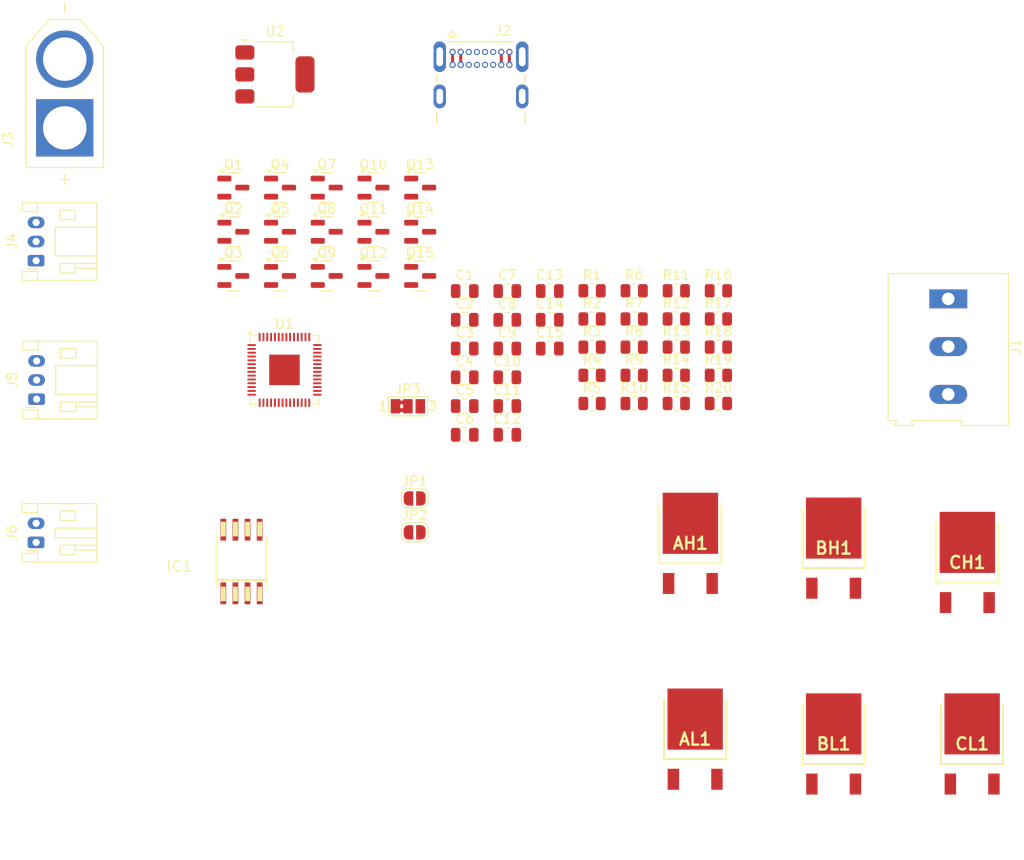
<source format=kicad_pcb>
(kicad_pcb (version 20240108) (generator "pcbnew") (generator_version "8.0")
  (layers (0 "F.Cu" signal) (31 "B.Cu" signal) (34 "B.Paste" user) (35 "F.Paste" user) (36 "B.SilkS" user "B.Silkscreen") (37 "F.SilkS" user "F.Silkscreen") (38 "B.Mask" user) (39 "F.Mask" user) (44 "Edge.Cuts" user))
  (net 0 "")
  (net 1 "+BATT")
  (net 2 "Net-(AH1-S)")
  (net 3 "AH_Gate")
  (net 4 "GND")
  (net 5 "AL_Gate")
  (net 6 "Net-(BH1-S)")
  (net 7 "BH_Gate")
  (net 8 "BL_Gate")
  (net 9 "+3.3V")
  (net 10 "Net-(JP2-A)")
  (net 11 "Net-(JP1-B)")
  (net 12 "Net-(JP3-A)")
  (net 13 "XIN")
  (net 14 "Net-(C8-Pad1)")
  (net 15 "+1V1")
  (net 16 "Net-(CH1-S)")
  (net 17 "CH_Gate")
  (net 18 "CL_Gate")
  (net 19 "QSPI_SD3")
  (net 20 "QSPI_SD1")
  (net 21 "QSPI_SD2")
  (net 22 "QSPI_SS")
  (net 23 "QSPI_SD0")
  (net 24 "QSPI_SCLK")
  (net 26 "USB_D-")
  (net 28 "Net-(J2-CC1)")
  (net 29 "Net-(J2-CC2)")
  (net 33 "USB_D+")
  (net 35 "RP_UART_TX")
  (net 36 "RP_UART_RX")
  (net 37 "SWCLK")
  (net 38 "SWD")
  (net 39 "Net-(J6-Pin_1)")
  (net 40 "Net-(Q1-B)")
  (net 41 "Net-(Q2-B)")
  (net 42 "Net-(Q3-B)")
  (net 43 "Net-(Q7-B)")
  (net 44 "Net-(Q8-B)")
  (net 45 "Net-(Q9-B)")
  (net 46 "Net-(Q10-B)")
  (net 47 "Net-(Q11-B)")
  (net 48 "Net-(Q12-B)")
  (net 49 "-BATT")
  (net 50 "Net-(Q13-B)")
  (net 51 "Net-(Q14-B)")
  (net 52 "Net-(Q15-B)")
  (net 53 "GPIO10")
  (net 54 "GPIO11")
  (net 55 "GPIO12")
  (net 56 "GPIO13")
  (net 57 "GPIO14")
  (net 58 "GPIO15")
  (net 59 "XOUT")
  (net 60 "Net-(U1-USB_DP)")
  (net 61 "Net-(U1-USB_DM)")
  (footprint "Library:ABM8-272-T3_ABR" (layer "F.Cu") (at 126.775 103.58825)
    (property "Reference" "X1" (hide yes))
    (property "Value" "ABM8-272-T3" (hide yes))
  )
  (footprint "SPROGEE3:W25Q" (layer "F.Cu") (at 99.5 114)
    (property "Reference" "IC1" (at -6.5 0.5 180) (layer "F.SilkS") (effects (font (size 1.12 1.12))))
    (property "Value" "W25Q16JVSNIQ")
    (pad "1" smd rect (at -1.905 3.33) (size 0.6 2.286) (layers "F.Cu" "F.Paste" "F.Mask") (net 22 "QSPI_SS"))
    (pad "2" smd rect (at -0.635 3.33) (size 0.6 2.286) (layers "F.Cu" "F.Paste" "F.Mask") (net 20 "QSPI_SD1"))
    (pad "3" smd rect (at 0.635 3.33) (size 0.6 2.286) (layers "F.Cu" "F.Paste" "F.Mask") (net 21 "QSPI_SD2"))
    (pad "4" smd rect (at 1.905 3.33) (size 0.6 2.286) (layers "F.Cu" "F.Paste" "F.Mask") (net 4 "GND"))
    (pad "5" smd rect (at 1.905 -3.33) (size 0.6 2.286) (layers "F.Cu" "F.Paste" "F.Mask") (net 23 "QSPI_SD0"))
    (pad "6" smd rect (at 0.635 -3.33) (size 0.6 2.286) (layers "F.Cu" "F.Paste" "F.Mask") (net 24 "QSPI_SCLK"))
    (pad "7" smd rect (at -0.635 -3.33) (size 0.6 2.286) (layers "F.Cu" "F.Paste" "F.Mask") (net 19 "QSPI_SD3"))
    (pad "8" smd rect (at -1.905 -3.33) (size 0.6 2.286) (layers "F.Cu" "F.Paste" "F.Mask") (net 9 "+3.3V"))
  )
  (footprint "Resistor_SMD:R_0805_2012Metric" (layer "F.Cu") (at 145.025 97.455)
    (property "Reference" "R15" (at 0 -1.65 0) (layer "F.SilkS"))
    (property "Value" "1k")
    (pad "1" smd roundrect (at -0.9125 0) (size 1.025 1.4) (layers "F.Cu" "F.Paste" "F.Mask") (roundrect_rratio 0.243902) (net 1 "+BATT"))
    (pad "2" smd roundrect (at 0.9125 0) (size 1.025 1.4) (layers "F.Cu" "F.Paste" "F.Mask") (roundrect_rratio 0.243902) (net 48 "Net-(Q12-B)"))
  )
  (footprint "Connector_JST:JST_PH_S3B-PH-K_1x03_P2.00mm_Horizontal" (layer "F.Cu") (at 78 82.5 90)
    (property "Reference" "J4" (at 2 -2.55 90) (layer "F.SilkS"))
    (property "Value" "Conn_01x03_Pin")
    (pad "1" thru_hole roundrect (at 0 0 90) (size 1.2 1.75) (drill 0.75) (layers "*.Cu" "*.Mask") (roundrect_rratio 0.208333) (net 35 "RP_UART_TX"))
    (pad "2" thru_hole oval (at 2 0 90) (size 1.2 1.75) (drill 0.75) (layers "*.Cu" "*.Mask") (net 36 "RP_UART_RX"))
    (pad "3" thru_hole oval (at 4 0 90) (size 1.2 1.75) (drill 0.75) (layers "*.Cu" "*.Mask") (net 4 "GND"))
  )
  (footprint "Resistor_SMD:R_0805_2012Metric" (layer "F.Cu") (at 140.615 88.605)
    (property "Reference" "R7" (at 0 -1.65 0) (layer "F.SilkS"))
    (property "Value" "1k")
    (pad "1" smd roundrect (at -0.9125 0) (size 1.025 1.4) (layers "F.Cu" "F.Paste" "F.Mask") (roundrect_rratio 0.243902) (net 56 "GPIO13"))
    (pad "2" smd roundrect (at 0.9125 0) (size 1.025 1.4) (layers "F.Cu" "F.Paste" "F.Mask") (roundrect_rratio 0.243902) (net 50 "Net-(Q13-B)"))
  )
  (footprint "Package_TO_SOT_SMD:SOT-23" (layer "F.Cu") (at 108.425 79.475)
    (property "Reference" "Q8" (at 0 -2.4 0) (layer "F.SilkS"))
    (property "Value" "BC847")
    (pad "1" smd roundrect (at -0.9375 -0.95) (size 1.475 0.6) (layers "F.Cu" "F.Paste" "F.Mask") (net 44 "Net-(Q8-B)"))
    (pad "2" smd roundrect (at -0.9375 0.95) (size 1.475 0.6) (layers "F.Cu" "F.Paste" "F.Mask") (net 4 "GND"))
    (pad "3" smd roundrect (at 0.9375 0) (size 1.475 0.6) (layers "F.Cu" "F.Paste" "F.Mask") (net 41 "Net-(Q2-B)"))
  )
  (footprint "Resistor_SMD:R_0805_2012Metric" (layer "F.Cu") (at 140.615 94.505)
    (property "Reference" "R9" (at 0 -1.65 0) (layer "F.SilkS"))
    (property "Value" "1k")
    (pad "1" smd roundrect (at -0.9125 0) (size 1.025 1.4) (layers "F.Cu" "F.Paste" "F.Mask") (roundrect_rratio 0.243902) (net 58 "GPIO15"))
    (pad "2" smd roundrect (at 0.9125 0) (size 1.025 1.4) (layers "F.Cu" "F.Paste" "F.Mask") (roundrect_rratio 0.243902) (net 52 "Net-(Q15-B)"))
  )
  (footprint "Package_TO_SOT_SMD:SOT-23" (layer "F.Cu") (at 113.315 74.85)
    (property "Reference" "Q10" (at 0 -2.4 0) (layer "F.SilkS"))
    (property "Value" "BC857")
    (pad "1" smd roundrect (at -0.9375 -0.95) (size 1.475 0.6) (layers "F.Cu" "F.Paste" "F.Mask") (net 46 "Net-(Q10-B)"))
    (pad "2" smd roundrect (at -0.9375 0.95) (size 1.475 0.6) (layers "F.Cu" "F.Paste" "F.Mask") (net 1 "+BATT"))
    (pad "3" smd roundrect (at 0.9375 0) (size 1.475 0.6) (layers "F.Cu" "F.Paste" "F.Mask") (net 5 "AL_Gate"))
  )
  (footprint "Capacitor_SMD:C_0805_2012Metric" (layer "F.Cu") (at 127.325 94.715)
    (property "Reference" "C10" (at 0 -1.68 0) (layer "F.SilkS"))
    (property "Value" "100n")
    (pad "1" smd roundrect (at -0.95 0) (size 1 1.45) (layers "F.Cu" "F.Paste" "F.Mask") (net 9 "+3.3V"))
    (pad "2" smd roundrect (at 0.95 0) (size 1 1.45) (layers "F.Cu" "F.Paste" "F.Mask") (net 4 "GND"))
  )
  (footprint "Package_TO_SOT_SMD:SOT-23" (layer "F.Cu") (at 108.425 84.1)
    (property "Reference" "Q9" (at 0 -2.4 0) (layer "F.SilkS"))
    (property "Value" "BC847")
    (pad "1" smd roundrect (at -0.9375 -0.95) (size 1.475 0.6) (layers "F.Cu" "F.Paste" "F.Mask") (net 45 "Net-(Q9-B)"))
    (pad "2" smd roundrect (at -0.9375 0.95) (size 1.475 0.6) (layers "F.Cu" "F.Paste" "F.Mask") (net 4 "GND"))
    (pad "3" smd roundrect (at 0.9375 0) (size 1.475 0.6) (layers "F.Cu" "F.Paste" "F.Mask") (net 42 "Net-(Q3-B)"))
  )
  (footprint "Capacitor_SMD:C_0805_2012Metric" (layer "F.Cu") (at 131.775 85.685)
    (property "Reference" "C13" (at 0 -1.68 0) (layer "F.SilkS"))
    (property "Value" "100n")
    (pad "1" smd roundrect (at -0.95 0) (size 1 1.45) (layers "F.Cu" "F.Paste" "F.Mask") (net 15 "+1V1"))
    (pad "2" smd roundrect (at 0.95 0) (size 1 1.45) (layers "F.Cu" "F.Paste" "F.Mask") (net 4 "GND"))
  )
  (footprint "SPROGEE3:MOLEX_2137160001 USB-C" (layer "F.Cu") (at 124.575 68.3)
    (property "Reference" "J2" (at 2.2975 -9.8625 0) (layer "F.SilkS"))
    (property "Value" "2137160001")
    (fp_poly (pts (xy -2.825 -6.58719) (xy -2.775 -6.555) (xy -2.733 -6.516) (xy -2.699 -6.47) (xy -2.673 -6.419) (xy -2.657 -6.364) (xy -2.651 -6.307) (xy -2.655 -6.25) (xy -2.669 -6.194) (xy -2.692 -6.142) (xy -2.724 -6.095) (xy -2.764 -6.054) (xy -2.811 -6.021) (xy -2.863 -5.996) (xy -2.918 -5.981) (xy -2.975 -5.976) (xy -3.032 -5.981) (xy -3.087 -5.996) (xy -3.139 -6.021) (xy -3.186 -6.054) (xy -3.226 -6.095) (xy -3.258 -6.142) (xy -3.281 -6.194) (xy -3.295 -6.25) (xy -3.299 -6.307) (xy -3.293 -6.364) (xy -3.277 -6.419) (xy -3.251 -6.47) (xy -3.217 -6.516) (xy -3.175 -6.555) (xy -3.125 -6.587) (xy -3.125 -7.363) (xy -3.175 -7.395) (xy -3.217 -7.434) (xy -3.251 -7.48) (xy -3.277 -7.531) (xy -3.293 -7.586) (xy -3.299 -7.643) (xy -3.295 -7.7) (xy -3.281 -7.756) (xy -3.258 -7.808) (xy -3.226 -7.855) (xy -3.186 -7.896) (xy -3.139 -7.929) (xy -3.087 -7.954) (xy -3.032 -7.969) (xy -2.975 -7.974) (xy -2.918 -7.969) (xy -2.863 -7.954) (xy -2.811 -7.929) (xy -2.764 -7.896) (xy -2.724 -7.855) (xy -2.692 -7.808) (xy -2.669 -7.756) (xy -2.655 -7.7) (xy -2.651 -7.643) (xy -2.657 -7.586) (xy -2.673 -7.531) (xy -2.699 -7.48) (xy -2.733 -7.434) (xy -2.775 -7.395) (xy -2.825 -7.363) (xy -2.825 -6.587) (xy -2.825 -6.58719)) (stroke (width 0.01)) (fill solid) (layer "F.Cu"))
    (fp_poly (pts (xy -1.975 -6.58719) (xy -1.925 -6.555) (xy -1.883 -6.516) (xy -1.849 -6.47) (xy -1.823 -6.419) (xy -1.807 -6.364) (xy -1.801 -6.307) (xy -1.805 -6.25) (xy -1.819 -6.194) (xy -1.842 -6.142) (xy -1.874 -6.095) (xy -1.914 -6.054) (xy -1.961 -6.021) (xy -2.013 -5.996) (xy -2.068 -5.981) (xy -2.125 -5.976) (xy -2.182 -5.981) (xy -2.237 -5.996) (xy -2.289 -6.021) (xy -2.336 -6.054) (xy -2.376 -6.095) (xy -2.408 -6.142) (xy -2.431 -6.194) (xy -2.445 -6.25) (xy -2.449 -6.307) (xy -2.443 -6.364) (xy -2.427 -6.419) (xy -2.401 -6.47) (xy -2.367 -6.516) (xy -2.325 -6.555) (xy -2.275 -6.587) (xy -2.275 -7.363) (xy -2.325 -7.395) (xy -2.367 -7.434) (xy -2.401 -7.48) (xy -2.427 -7.531) (xy -2.443 -7.586) (xy -2.449 -7.643) (xy -2.445 -7.7) (xy -2.431 -7.756) (xy -2.408 -7.808) (xy -2.376 -7.855) (xy -2.336 -7.896) (xy -2.289 -7.929) (xy -2.237 -7.954) (xy -2.182 -7.969) (xy -2.125 -7.974) (xy -2.068 -7.969) (xy -2.013 -7.954) (xy -1.961 -7.929) (xy -1.914 -7.896) (xy -1.874 -7.855) (xy -1.842 -7.808) (xy -1.819 -7.756) (xy -1.805 -7.7) (xy -1.801 -7.643) (xy -1.807 -7.586) (xy -1.823 -7.531) (xy -1.849 -7.48) (xy -1.883 -7.434) (xy -1.925 -7.395) (xy -1.975 -7.363) (xy -1.975 -6.587) (xy -1.975 -6.58719)) (stroke (width 0.01)) (fill solid) (layer "F.Cu"))
    (fp_poly (pts (xy 1.975 -7.36281) (xy 1.975 -6.587) (xy 1.925 -6.555) (xy 1.883 -6.516) (xy 1.849 -6.47) (xy 1.823 -6.419) (xy 1.807 -6.364) (xy 1.801 -6.307) (xy 1.805 -6.25) (xy 1.819 -6.194) (xy 1.842 -6.142) (xy 1.874 -6.095) (xy 1.914 -6.054) (xy 1.961 -6.021) (xy 2.013 -5.996) (xy 2.068 -5.981) (xy 2.125 -5.976) (xy 2.182 -5.981) (xy 2.237 -5.996) (xy 2.289 -6.021) (xy 2.336 -6.054) (xy 2.376 -6.095) (xy 2.408 -6.142) (xy 2.431 -6.194) (xy 2.445 -6.25) (xy 2.449 -6.307) (xy 2.443 -6.364) (xy 2.427 -6.419) (xy 2.401 -6.47) (xy 2.367 -6.516) (xy 2.325 -6.555) (xy 2.275 -6.587) (xy 2.275 -7.363) (xy 2.325 -7.395) (xy 2.367 -7.434) (xy 2.401 -7.48) (xy 2.427 -7.531) (xy 2.443 -7.586) (xy 2.449 -7.643) (xy 2.445 -7.7) (xy 2.431 -7.756) (xy 2.408 -7.808) (xy 2.376 -7.855) (xy 2.336 -7.896) (xy 2.289 -7.929) (xy 2.237 -7.954) (xy 2.182 -7.969) (xy 2.125 -7.974) (xy 2.068 -7.969) (xy 2.013 -7.954) (xy 1.961 -7.929) (xy 1.914 -7.896) (xy 1.874 -7.855) (xy 1.842 -7.808) (xy 1.819 -7.756) (xy 1.805 -7.7) (xy 1.801 -7.643) (xy 1.807 -7.586) (xy 1.823 -7.531) (xy 1.849 -7.48) (xy 1.883 -7.434) (xy 1.925 -7.395) (xy 1.975 -7.363) (xy 1.975 -7.36281)) (stroke (width 0.01)) (fill solid) (layer "F.Cu"))
    (fp_poly (pts (xy 3.125 -6.58719) (xy 3.175 -6.555) (xy 3.217 -6.516) (xy 3.251 -6.47) (xy 3.277 -6.419) (xy 3.293 -6.364) (xy 3.299 -6.307) (xy 3.295 -6.25) (xy 3.281 -6.194) (xy 3.258 -6.142) (xy 3.226 -6.095) (xy 3.186 -6.054) (xy 3.139 -6.021) (xy 3.087 -5.996) (xy 3.032 -5.981) (xy 2.975 -5.976) (xy 2.918 -5.981) (xy 2.863 -5.996) (xy 2.811 -6.021) (xy 2.764 -6.054) (xy 2.724 -6.095) (xy 2.692 -6.142) (xy 2.669 -6.194) (xy 2.655 -6.25) (xy 2.651 -6.307) (xy 2.657 -6.364) (xy 2.673 -6.419) (xy 2.699 -6.47) (xy 2.733 -6.516) (xy 2.775 -6.555) (xy 2.825 -6.587) (xy 2.825 -7.363) (xy 2.775 -7.395) (xy 2.733 -7.434) (xy 2.699 -7.48) (xy 2.673 -7.531) (xy 2.657 -7.586) (xy 2.651 -7.643) (xy 2.655 -7.7) (xy 2.669 -7.756) (xy 2.692 -7.808) (xy 2.724 -7.855) (xy 2.764 -7.896) (xy 2.811 -7.929) (xy 2.863 -7.954) (xy 2.918 -7.969) (xy 2.975 -7.974) (xy 3.032 -7.969) (xy 3.087 -7.954) (xy 3.139 -7.929) (xy 3.186 -7.896) (xy 3.226 -7.855) (xy 3.258 -7.808) (xy 3.281 -7.756) (xy 3.295 -7.7) (xy 3.299 -7.643) (xy 3.293 -7.586) (xy 3.277 -7.531) (xy 3.251 -7.48) (xy 3.217 -7.434) (xy 3.175 -7.395) (xy 3.125 -7.363) (xy 3.125 -6.587) (xy 3.125 -6.58719)) (stroke (width 0.01)) (fill solid) (layer "F.Cu"))
    (pad "A1" thru_hole circle (at -2.975 -7.65) (size 0.648 0.648) (drill 0.4) (layers "*.Cu") (net 4 "GND"))
    (pad "A4" thru_hole circle (at -2.125 -7.65) (size 0.648 0.648) (drill 0.4) (layers "*.Cu"))
    (pad "A5" thru_hole circle (at -1.275 -7.65) (size 0.648 0.648) (drill 0.4) (layers "*.Cu") (net 28 "Net-(J2-CC1)"))
    (pad "A6" thru_hole circle (at -0.425 -7.65) (size 0.648 0.648) (drill 0.4) (layers "*.Cu") (net 33 "USB_D+"))
    (pad "A7" thru_hole circle (at 0.425 -7.65) (size 0.648 0.648) (drill 0.4) (layers "*.Cu") (net 26 "USB_D-"))
    (pad "A8" thru_hole circle (at 1.275 -7.65) (size 0.648 0.648) (drill 0.4) (layers "*.Cu"))
    (pad "A9" thru_hole circle (at 2.125 -7.65) (size 0.648 0.648) (drill 0.4) (layers "*.Cu"))
    (pad "A12" thru_hole circle (at 2.975 -7.65) (size 0.648 0.648) (drill 0.4) (layers "*.Cu") (net 4 "GND"))
    (pad "B1" thru_hole circle (at 2.975 -6.3) (size 0.648 0.648) (drill 0.4) (layers "*.Cu") (net 4 "GND"))
    (pad "B4" thru_hole circle (at 2.125 -6.3) (size 0.648 0.648) (drill 0.4) (layers "*.Cu"))
    (pad "B5" thru_hole circle (at 1.275 -6.3) (size 0.648 0.648) (drill 0.4) (layers "*.Cu") (net 29 "Net-(J2-CC2)"))
    (pad "B6" thru_hole circle (at 0.425 -6.3) (size 0.648 0.648) (drill 0.4) (layers "*.Cu") (net 33 "USB_D+"))
    (pad "B7" thru_hole circle (at -0.425 -6.3) (size 0.648 0.648) (drill 0.4) (layers "*.Cu") (net 26 "USB_D-"))
    (pad "B8" thru_hole circle (at -1.275 -6.3) (size 0.648 0.648) (drill 0.4) (layers "*.Cu"))
    (pad "B9" thru_hole circle (at -2.125 -6.3) (size 0.648 0.648) (drill 0.4) (layers "*.Cu"))
    (pad "B12" thru_hole circle (at -2.975 -6.3) (size 0.648 0.648) (drill 0.4) (layers "*.Cu") (net 4 "GND"))
    (pad "SH1" thru_hole oval (at -4.32 -3) (size 1.3 2.5) (drill oval 0.7 1.6) (layers "*.Cu" "*.Mask") (net 4 "GND"))
    (pad "SH2" thru_hole oval (at 4.32 -3) (size 1.3 2.5) (drill oval 0.7 1.6) (layers "*.Cu" "*.Mask") (net 4 "GND"))
    (pad "SH3" thru_hole oval (at -4.32 -7.15) (size 1.3 3.2) (drill oval 0.7 2) (layers "*.Cu" "*.Mask") (net 4 "GND"))
    (pad "SH4" thru_hole oval (at 4.32 -7.15) (size 1.3 3.2) (drill oval 0.7 2) (layers "*.Cu" "*.Mask") (net 4 "GND"))
  )
  (footprint "Resistor_SMD:R_0805_2012Metric" (layer "F.Cu") (at 140.615 97.455)
    (property "Reference" "R10" (at 0 -1.65 0) (layer "F.SilkS"))
    (property "Value" "1k")
    (pad "1" smd roundrect (at -0.9125 0) (size 1.025 1.4) (layers "F.Cu" "F.Paste" "F.Mask") (roundrect_rratio 0.243902) (net 5 "AL_Gate"))
    (pad "2" smd roundrect (at 0.9125 0) (size 1.025 1.4) (layers "F.Cu" "F.Paste" "F.Mask") (roundrect_rratio 0.243902) (net 4 "GND"))
  )
  (footprint "Resistor_SMD:R_0805_2012Metric" (layer "F.Cu") (at 149.435 97.455)
    (property "Reference" "R20" (at 0 -1.65 0) (layer "F.SilkS"))
    (property "Value" "27")
    (pad "1" smd roundrect (at -0.9125 0) (size 1.025 1.4) (layers "F.Cu" "F.Paste" "F.Mask") (roundrect_rratio 0.243902) (net 26 "USB_D-"))
    (pad "2" smd roundrect (at 0.9125 0) (size 1.025 1.4) (layers "F.Cu" "F.Paste" "F.Mask") (roundrect_rratio 0.243902) (net 61 "Net-(U1-USB_DM)"))
  )
  (footprint "Resistor_SMD:R_0805_2012Metric" (layer "F.Cu") (at 149.435 88.605)
    (property "Reference" "R17" (at 0 -1.65 0) (layer "F.SilkS"))
    (property "Value" "5k1")
    (pad "1" smd roundrect (at -0.9125 0) (size 1.025 1.4) (layers "F.Cu" "F.Paste" "F.Mask") (roundrect_rratio 0.243902) (net 4 "GND"))
    (pad "2" smd roundrect (at 0.9125 0) (size 1.025 1.4) (layers "F.Cu" "F.Paste" "F.Mask") (roundrect_rratio 0.243902) (net 28 "Net-(J2-CC1)"))
  )
  (footprint "Resistor_SMD:R_0805_2012Metric" (layer "F.Cu") (at 149.435 91.555)
    (property "Reference" "R18" (at 0 -1.65 0) (layer "F.SilkS"))
    (property "Value" "5k1")
    (pad "1" smd roundrect (at -0.9125 0) (size 1.025 1.4) (layers "F.Cu" "F.Paste" "F.Mask") (roundrect_rratio 0.243902) (net 4 "GND"))
    (pad "2" smd roundrect (at 0.9125 0) (size 1.025 1.4) (layers "F.Cu" "F.Paste" "F.Mask") (roundrect_rratio 0.243902) (net 29 "Net-(J2-CC2)"))
  )
  (footprint "Resistor_SMD:R_0805_2012Metric" (layer "F.Cu") (at 149.435 85.655)
    (property "Reference" "R16" (at 0 -1.65 0) (layer "F.SilkS"))
    (property "Value" "1k")
    (pad "1" smd roundrect (at -0.9125 0) (size 1.025 1.4) (layers "F.Cu" "F.Paste" "F.Mask") (roundrect_rratio 0.243902) (net 14 "Net-(C8-Pad1)"))
    (pad "2" smd roundrect (at 0.9125 0) (size 1.025 1.4) (layers "F.Cu" "F.Paste" "F.Mask") (roundrect_rratio 0.243902) (net 59 "XOUT"))
  )
  (footprint "Resistor_SMD:R_0805_2012Metric" (layer "F.Cu") (at 136.205 97.455)
    (property "Reference" "R5" (at 0 -1.65 0) (layer "F.SilkS"))
    (property "Value" "1K")
    (pad "1" smd roundrect (at -0.9125 0) (size 1.025 1.4) (layers "F.Cu" "F.Paste" "F.Mask") (roundrect_rratio 0.243902) (net 1 "+BATT"))
    (pad "2" smd roundrect (at 0.9125 0) (size 1.025 1.4) (layers "F.Cu" "F.Paste" "F.Mask") (roundrect_rratio 0.243902) (net 41 "Net-(Q2-B)"))
  )
  (footprint "Package_TO_SOT_SMD:SOT-23" (layer "F.Cu") (at 118.205 79.475)
    (property "Reference" "Q14" (at 0 -2.4 0) (layer "F.SilkS"))
    (property "Value" "BC847")
    (pad "1" smd roundrect (at -0.9375 -0.95) (size 1.475 0.6) (layers "F.Cu" "F.Paste" "F.Mask") (net 51 "Net-(Q14-B)"))
    (pad "2" smd roundrect (at -0.9375 0.95) (size 1.475 0.6) (layers "F.Cu" "F.Paste" "F.Mask") (net 49 "-BATT"))
    (pad "3" smd roundrect (at 0.9375 0) (size 1.475 0.6) (layers "F.Cu" "F.Paste" "F.Mask") (net 47 "Net-(Q11-B)"))
  )
  (footprint "Package_TO_SOT_SMD:SOT-23" (layer "F.Cu") (at 103.535 84.1)
    (property "Reference" "Q6" (at 0 -2.4 0) (layer "F.SilkS"))
    (property "Value" "BC847")
    (pad "1" smd roundrect (at -0.9375 -0.95) (size 1.475 0.6) (layers "F.Cu" "F.Paste" "F.Mask") (net 42 "Net-(Q3-B)"))
    (pad "2" smd roundrect (at -0.9375 0.95) (size 1.475 0.6) (layers "F.Cu" "F.Paste" "F.Mask") (net 17 "CH_Gate"))
    (pad "3" smd roundrect (at 0.9375 0) (size 1.475 0.6) (layers "F.Cu" "F.Paste" "F.Mask") (net 1 "+BATT"))
  )
  (footprint "Capacitor_SMD:C_0805_2012Metric" (layer "F.Cu") (at 122.875 94.715)
    (property "Reference" "C4" (at 0 -1.68 0) (layer "F.SilkS"))
    (property "Value" "100n")
    (pad "1" smd roundrect (at -0.95 0) (size 1 1.45) (layers "F.Cu" "F.Paste" "F.Mask") (net 10 "Net-(JP2-A)"))
    (pad "2" smd roundrect (at 0.95 0) (size 1 1.45) (layers "F.Cu" "F.Paste" "F.Mask") (net 11 "Net-(JP1-B)"))
  )
  (footprint "Package_TO_SOT_SMD:SOT-23" (layer "F.Cu") (at 113.315 79.475)
    (property "Reference" "Q11" (at 0 -2.4 0) (layer "F.SilkS"))
    (property "Value" "BC857")
    (pad "1" smd roundrect (at -0.9375 -0.95) (size 1.475 0.6) (layers "F.Cu" "F.Paste" "F.Mask") (net 47 "Net-(Q11-B)"))
    (pad "2" smd roundrect (at -0.9375 0.95) (size 1.475 0.6) (layers "F.Cu" "F.Paste" "F.Mask") (net 1 "+BATT"))
    (pad "3" smd roundrect (at 0.9375 0) (size 1.475 0.6) (layers "F.Cu" "F.Paste" "F.Mask") (net 8 "BL_Gate"))
  )
  (footprint "Package_TO_SOT_SMD:SOT-23" (layer "F.Cu") (at 108.425 74.85)
    (property "Reference" "Q7" (at 0 -2.4 0) (layer "F.SilkS"))
    (property "Value" "BC847")
    (pad "1" smd roundrect (at -0.9375 -0.95) (size 1.475 0.6) (layers "F.Cu" "F.Paste" "F.Mask") (net 43 "Net-(Q7-B)"))
    (pad "2" smd roundrect (at -0.9375 0.95) (size 1.475 0.6) (layers "F.Cu" "F.Paste" "F.Mask") (net 4 "GND"))
    (pad "3" smd roundrect (at 0.9375 0) (size 1.475 0.6) (layers "F.Cu" "F.Paste" "F.Mask") (net 40 "Net-(Q1-B)"))
  )
  (footprint "Package_TO_SOT_SMD:SOT-23" (layer "F.Cu") (at 98.645 84.1)
    (property "Reference" "Q3" (at 0 -2.4 0) (layer "F.SilkS"))
    (property "Value" "BC857")
    (pad "1" smd roundrect (at -0.9375 -0.95) (size 1.475 0.6) (layers "F.Cu" "F.Paste" "F.Mask") (net 42 "Net-(Q3-B)"))
    (pad "2" smd roundrect (at -0.9375 0.95) (size 1.475 0.6) (layers "F.Cu" "F.Paste" "F.Mask") (net 17 "CH_Gate"))
    (pad "3" smd roundrect (at 0.9375 0) (size 1.475 0.6) (layers "F.Cu" "F.Paste" "F.Mask") (net 4 "GND"))
  )
  (footprint "Package_TO_SOT_SMD:SOT-23" (layer "F.Cu") (at 103.535 74.85)
    (property "Reference" "Q4" (at 0 -2.4 0) (layer "F.SilkS"))
    (property "Value" "BC847")
    (pad "1" smd roundrect (at -0.9375 -0.95) (size 1.475 0.6) (layers "F.Cu" "F.Paste" "F.Mask") (net 40 "Net-(Q1-B)"))
    (pad "2" smd roundrect (at -0.9375 0.95) (size 1.475 0.6) (layers "F.Cu" "F.Paste" "F.Mask") (net 3 "AH_Gate"))
    (pad "3" smd roundrect (at 0.9375 0) (size 1.475 0.6) (layers "F.Cu" "F.Paste" "F.Mask") (net 1 "+BATT"))
  )
  (footprint "Jumper:SolderJumper-2_P1.3mm_Open_RoundedPad1.0x1.5mm" (layer "F.Cu") (at 117.635 107.395)
    (property "Reference" "JP1" (at 0 -1.8 0) (layer "F.SilkS"))
    (property "Value" "SolderJumper_2_Open")
    (pad "1" smd custom (at -0.65 0) (size 1 0.5) (layers "F.Cu" "F.Mask") (net 4 "GND") (options (clearance outline) (anchor rect)) (primitives (gr_circle (center 0 0.25) (end 0.5 0.25) (width 0) (fill yes)) (gr_circle (center 0 -0.25) (end 0.5 -0.25) (width 0) (fill yes)) (gr_poly (pts (xy 0.5 0.75) (xy 0 0.75) (xy 0 -0.75) (xy 0.5 -0.75)) (width 0) (fill yes))))
    (pad "2" smd custom (at 0.65 0) (size 1 0.5) (layers "F.Cu" "F.Mask") (net 11 "Net-(JP1-B)") (options (clearance outline) (anchor rect)) (primitives (gr_circle (center 0 0.25) (end 0.5 0.25) (width 0) (fill yes)) (gr_circle (center 0 -0.25) (end 0.5 -0.25) (width 0) (fill yes)) (gr_poly (pts (xy 0 0.75) (xy -0.5 0.75) (xy -0.5 -0.75) (xy 0 -0.75)) (width 0) (fill yes))))
  )
  (footprint "Capacitor_SMD:C_0805_2012Metric" (layer "F.Cu") (at 127.325 88.695)
    (property "Reference" "C8" (at 0 -1.68 0) (layer "F.SilkS"))
    (property "Value" "15p")
    (pad "1" smd roundrect (at -0.95 0) (size 1 1.45) (layers "F.Cu" "F.Paste" "F.Mask") (net 14 "Net-(C8-Pad1)"))
    (pad "2" smd roundrect (at 0.95 0) (size 1 1.45) (layers "F.Cu" "F.Paste" "F.Mask") (net 4 "GND"))
  )
  (footprint "Resistor_SMD:R_0805_2012Metric" (layer "F.Cu") (at 140.615 85.655)
    (property "Reference" "R6" (at 0 -1.65 0) (layer "F.SilkS"))
    (property "Value" "1K")
    (pad "1" smd roundrect (at -0.9125 0) (size 1.025 1.4) (layers "F.Cu" "F.Paste" "F.Mask") (roundrect_rratio 0.243902) (net 1 "+BATT"))
    (pad "2" smd roundrect (at 0.9125 0) (size 1.025 1.4) (layers "F.Cu" "F.Paste" "F.Mask") (roundrect_rratio 0.243902) (net 42 "Net-(Q3-B)"))
  )
  (footprint "Capacitor_SMD:C_0805_2012Metric" (layer "F.Cu") (at 122.875 100.735)
    (property "Reference" "C6" (at 0 -1.68 0) (layer "F.SilkS"))
    (property "Value" "100u")
    (pad "1" smd roundrect (at -0.95 0) (size 1 1.45) (layers "F.Cu" "F.Paste" "F.Mask") (net 9 "+3.3V"))
    (pad "2" smd roundrect (at 0.95 0) (size 1 1.45) (layers "F.Cu" "F.Paste" "F.Mask") (net 4 "GND"))
  )
  (footprint "SPROGEE3:IPD70P04P4L08ATMA2" (layer "F.Cu") (at 146.5 111.08)
    (property "Reference" "AH1" (at 0 1.02 0) (layer "F.SilkS") (effects (font (size 1.27 1.27) (thickness 0.254))))
    (property "Value" "IPD70P" (hide yes))
    (pad "1" smd rect (at -2.28 5.22) (size 1.2 2.2) (layers "F.Cu" "F.Paste" "F.Mask") (net 3 "AH_Gate"))
    (pad "2" smd rect (at 0 -1.08) (size 5.8 6.4) (layers "F.Cu" "F.Paste" "F.Mask") (net 2 "Net-(AH1-S)"))
    (pad "3" smd rect (at 2.28 5.22) (size 1.2 2.2) (layers "F.Cu" "F.Paste" "F.Mask") (net 1 "+BATT"))
  )
  (footprint "Jumper:SolderJumper-3_P1.3mm_Bridged2Bar12_Pad1.0x1.5mm_NumberLabels" (layer "F.Cu") (at 116.925 97.745)
    (property "Reference" "JP3" (at 0 -1.8 0) (layer "F.SilkS"))
    (property "Value" "SolderJumper_3_Open")
    (fp_poly (pts (xy -0.9 -0.6) (xy -0.4 -0.6) (xy -0.4 -0.2) (xy -0.9 -0.2)) (fill solid) (layer "F.Cu"))
    (fp_poly (pts (xy -0.9 0.2) (xy -0.4 0.2) (xy -0.4 0.6) (xy -0.9 0.6)) (fill solid) (layer "F.Cu"))
    (fp_text user "1" (at -2.6 0 0) (layer "F.SilkS"))
    (fp_text user "3" (at 2.6 0 0) (layer "F.SilkS"))
    (pad "1" smd rect (at -1.3 0) (size 1 1.5) (layers "F.Cu" "F.Mask") (net 12 "Net-(JP3-A)"))
    (pad "2" smd rect (at 0 0) (size 1 1.5) (layers "F.Cu" "F.Mask") (net 39 "Net-(J6-Pin_1)"))
    (pad "3" smd rect (at 1.3 0) (size 1 1.5) (layers "F.Cu" "F.Mask") (net 9 "+3.3V"))
  )
  (footprint "Resistor_SMD:R_0805_2012Metric" (layer "F.Cu") (at 145.025 91.555)
    (property "Reference" "R13" (at 0 -1.65 0) (layer "F.SilkS"))
    (property "Value" "1k")
    (pad "1" smd roundrect (at -0.9125 0) (size 1.025 1.4) (layers "F.Cu" "F.Paste" "F.Mask") (roundrect_rratio 0.243902) (net 1 "+BATT"))
    (pad "2" smd roundrect (at 0.9125 0) (size 1.025 1.4) (layers "F.Cu" "F.Paste" "F.Mask") (roundrect_rratio 0.243902) (net 47 "Net-(Q11-B)"))
  )
  (footprint "Capacitor_SMD:C_0805_2012Metric" (layer "F.Cu") (at 127.325 97.725)
    (property "Reference" "C11" (at 0 -1.68 0) (layer "F.SilkS"))
    (property "Value" "100n")
    (pad "1" smd roundrect (at -0.95 0) (size 1 1.45) (layers "F.Cu" "F.Paste" "F.Mask") (net 9 "+3.3V"))
    (pad "2" smd roundrect (at 0.95 0) (size 1 1.45) (layers "F.Cu" "F.Paste" "F.Mask") (net 4 "GND"))
  )
  (footprint "Capacitor_SMD:C_0805_2012Metric" (layer "F.Cu") (at 122.875 88.695)
    (property "Reference" "C2" (at 0 -1.68 0) (layer "F.SilkS"))
    (property "Value" "100n")
    (pad "1" smd roundrect (at -0.95 0) (size 1 1.45) (layers "F.Cu" "F.Paste" "F.Mask") (net 9 "+3.3V"))
    (pad "2" smd roundrect (at 0.95 0) (size 1 1.45) (layers "F.Cu" "F.Paste" "F.Mask") (net 4 "GND"))
  )
  (footprint "Resistor_SMD:R_0805_2012Metric" (layer "F.Cu") (at 149.435 94.505)
    (property "Reference" "R19" (at 0 -1.65 0) (layer "F.SilkS"))
    (property "Value" "27")
    (pad "1" smd roundrect (at -0.9125 0) (size 1.025 1.4) (layers "F.Cu" "F.Paste" "F.Mask") (roundrect_rratio 0.243902) (net 33 "USB_D+"))
    (pad "2" smd roundrect (at 0.9125 0) (size 1.025 1.4) (layers "F.Cu" "F.Paste" "F.Mask") (roundrect_rratio 0.243902) (net 60 "Net-(U1-USB_DP)"))
  )
  (footprint "SPROGEE3:IPD70P04P4L08ATMA2" (layer "F.Cu") (at 175.5 113.08)
    (property "Reference" "CH1" (at 0 1.02 0) (layer "F.SilkS") (effects (font (size 1.27 1.27) (thickness 0.254))))
    (property "Value" "IPD70P" (hide yes))
    (pad "1" smd rect (at -2.28 5.22) (size 1.2 2.2) (layers "F.Cu" "F.Paste" "F.Mask") (net 17 "CH_Gate"))
    (pad "2" smd rect (at 0 -1.08) (size 5.8 6.4) (layers "F.Cu" "F.Paste" "F.Mask") (net 16 "Net-(CH1-S)"))
    (pad "3" smd rect (at 2.28 5.22) (size 1.2 2.2) (layers "F.Cu" "F.Paste" "F.Mask") (net 1 "+BATT"))
  )
  (footprint "Capacitor_SMD:C_0805_2012Metric" (layer "F.Cu") (at 122.875 91.705)
    (property "Reference" "C3" (at 0 -1.68 0) (layer "F.SilkS"))
    (property "Value" "100n")
    (pad "1" smd roundrect (at -0.95 0) (size 1 1.45) (layers "F.Cu" "F.Paste" "F.Mask") (net 9 "+3.3V"))
    (pad "2" smd roundrect (at 0.95 0) (size 1 1.45) (layers "F.Cu" "F.Paste" "F.Mask") (net 4 "GND"))
  )
  (footprint "Resistor_SMD:R_0805_2012Metric" (layer "F.Cu") (at 136.205 94.505)
    (property "Reference" "R4" (at 0 -1.65 0) (layer "F.SilkS"))
    (property "Value" "1K")
    (pad "1" smd roundrect (at -0.9125 0) (size 1.025 1.4) (layers "F.Cu" "F.Paste" "F.Mask") (roundrect_rratio 0.243902) (net 1 "+BATT"))
    (pad "2" smd roundrect (at 0.9125 0) (size 1.025 1.4) (layers "F.Cu" "F.Paste" "F.Mask") (roundrect_rratio 0.243902) (net 40 "Net-(Q1-B)"))
  )
  (footprint "TerminalBlock:TerminalBlock_Altech_AK300-3_P5.00mm" (layer "F.Cu") (at 173.5 86.5 -90)
    (property "Reference" "J1" (at 5 -7.1 90) (layer "F.SilkS"))
    (property "Value" "Terminal")
    (pad "1" thru_hole rect (at 0 0 270) (size 1.98 3.96) (drill 1.32) (layers "*.Cu" "*.Mask") (net 2 "Net-(AH1-S)"))
    (pad "2" thru_hole oval (at 5 0 270) (size 1.98 3.96) (drill 1.32) (layers "*.Cu" "*.Mask") (net 6 "Net-(BH1-S)"))
    (pad "3" thru_hole oval (at 10 0 270) (size 1.98 3.96) (drill 1.32) (layers "*.Cu" "*.Mask") (net 16 "Net-(CH1-S)"))
  )
  (footprint "SPROGEE3:IPD70P04P4L08ATMA2" (layer "F.Cu") (at 161.5 111.58)
    (property "Reference" "BH1" (at 0 1.02 0) (layer "F.SilkS") (effects (font (size 1.27 1.27) (thickness 0.254))))
    (property "Value" "IPD70P" (hide yes))
    (pad "1" smd rect (at -2.28 5.22) (size 1.2 2.2) (layers "F.Cu" "F.Paste" "F.Mask") (net 7 "BH_Gate"))
    (pad "2" smd rect (at 0 -1.08) (size 5.8 6.4) (layers "F.Cu" "F.Paste" "F.Mask") (net 6 "Net-(BH1-S)"))
    (pad "3" smd rect (at 2.28 5.22) (size 1.2 2.2) (layers "F.Cu" "F.Paste" "F.Mask") (net 1 "+BATT"))
  )
  (footprint "Package_TO_SOT_SMD:SOT-23" (layer "F.Cu") (at 98.645 74.85)
    (property "Reference" "Q1" (at 0 -2.4 0) (layer "F.SilkS"))
    (property "Value" "BC857")
    (pad "1" smd roundrect (at -0.9375 -0.95) (size 1.475 0.6) (layers "F.Cu" "F.Paste" "F.Mask") (net 40 "Net-(Q1-B)"))
    (pad "2" smd roundrect (at -0.9375 0.95) (size 1.475 0.6) (layers "F.Cu" "F.Paste" "F.Mask") (net 3 "AH_Gate"))
    (pad "3" smd roundrect (at 0.9375 0) (size 1.475 0.6) (layers "F.Cu" "F.Paste" "F.Mask") (net 4 "GND"))
  )
  (footprint "Resistor_SMD:R_0805_2012Metric" (layer "F.Cu") (at 136.205 88.605)
    (property "Reference" "R2" (at 0 -1.65 0) (layer "F.SilkS"))
    (property "Value" "1k")
    (pad "1" smd roundrect (at -0.9125 0) (size 1.025 1.4) (layers "F.Cu" "F.Paste" "F.Mask") (roundrect_rratio 0.243902) (net 54 "GPIO11"))
    (pad "2" smd roundrect (at 0.9125 0) (size 1.025 1.4) (layers "F.Cu" "F.Paste" "F.Mask") (roundrect_rratio 0.243902) (net 44 "Net-(Q8-B)"))
  )
  (footprint "SPROGEE3:AMASS_XT60-M" (layer "F.Cu") (at 81 65 90)
    (property "Reference" "J3" (at -4.825 -5.935 90) (layer "F.SilkS"))
    (property "Value" "XT60-M")
    (pad "N" thru_hole circle (at 3.6 0 90) (size 6 6) (drill 4.55) (layers "*.Cu" "*.Mask") (net 4 "GND"))
    (pad "P" thru_hole rect (at -3.6 0 90) (size 6 6) (drill 4.55) (layers "*.Cu" "*.Mask") (net 1 "+BATT"))
  )
  (footprint "Capacitor_SMD:C_0805_2012Metric" (layer "F.Cu") (at 127.325 100.735)
    (property "Reference" "C12" (at 0 -1.68 0) (layer "F.SilkS"))
    (property "Value" "100n")
    (pad "1" smd roundrect (at -0.95 0) (size 1 1.45) (layers "F.Cu" "F.Paste" "F.Mask") (net 9 "+3.3V"))
    (pad "2" smd roundrect (at 0.95 0) (size 1 1.45) (layers "F.Cu" "F.Paste" "F.Mask") (net 4 "GND"))
  )
  (footprint "Resistor_SMD:R_0805_2012Metric" (layer "F.Cu") (at 145.025 94.505)
    (property "Reference" "R14" (at 0 -1.65 0) (layer "F.SilkS"))
    (property "Value" "1k")
    (pad "1" smd roundrect (at -0.9125 0) (size 1.025 1.4) (layers "F.Cu" "F.Paste" "F.Mask") (roundrect_rratio 0.243902) (net 1 "+BATT"))
    (pad "2" smd roundrect (at 0.9125 0) (size 1.025 1.4) (layers "F.Cu" "F.Paste" "F.Mask") (roundrect_rratio 0.243902) (net 46 "Net-(Q10-B)"))
  )
  (footprint "Resistor_SMD:R_0805_2012Metric" (layer "F.Cu") (at 136.205 91.555)
    (property "Reference" "R3" (at 0 -1.65 0) (layer "F.SilkS"))
    (property "Value" "1k")
    (pad "1" smd roundrect (at -0.9125 0) (size 1.025 1.4) (layers "F.Cu" "F.Paste" "F.Mask") (roundrect_rratio 0.243902) (net 55 "GPIO12"))
    (pad "2" smd roundrect (at 0.9125 0) (size 1.025 1.4) (layers "F.Cu" "F.Paste" "F.Mask") (roundrect_rratio 0.243902) (net 45 "Net-(Q9-B)"))
  )
  (footprint "Resistor_SMD:R_0805_2012Metric" (layer "F.Cu") (at 145.025 85.655)
    (property "Reference" "R11" (at 0 -1.65 0) (layer "F.SilkS"))
    (property "Value" "1k")
    (pad "1" smd roundrect (at -0.9125 0) (size 1.025 1.4) (layers "F.Cu" "F.Paste" "F.Mask") (roundrect_rratio 0.243902) (net 8 "BL_Gate"))
    (pad "2" smd roundrect (at 0.9125 0) (size 1.025 1.4) (layers "F.Cu" "F.Paste" "F.Mask") (roundrect_rratio 0.243902) (net 4 "GND"))
  )
  (footprint "Resistor_SMD:R_0805_2012Metric" (layer "F.Cu") (at 136.205 85.655)
    (property "Reference" "R1" (at 0 -1.65 0) (layer "F.SilkS"))
    (property "Value" "1k")
    (pad "1" smd roundrect (at -0.9125 0) (size 1.025 1.4) (layers "F.Cu" "F.Paste" "F.Mask") (roundrect_rratio 0.243902) (net 53 "GPIO10"))
    (pad "2" smd roundrect (at 0.9125 0) (size 1.025 1.4) (layers "F.Cu" "F.Paste" "F.Mask") (roundrect_rratio 0.243902) (net 43 "Net-(Q7-B)"))
  )
  (footprint "Jumper:SolderJumper-2_P1.3mm_Open_RoundedPad1.0x1.5mm" (layer "F.Cu") (at 117.635 110.945)
    (property "Reference" "JP2" (at 0 -1.8 0) (layer "F.SilkS"))
    (property "Value" "SolderJumper_2_Open")
    (pad "1" smd custom (at -0.65 0) (size 1 0.5) (layers "F.Cu" "F.Mask") (net 10 "Net-(JP2-A)") (options (clearance outline) (anchor rect)) (primitives (gr_circle (center 0 0.25) (end 0.5 0.25) (width 0) (fill yes)) (gr_circle (center 0 -0.25) (end 0.5 -0.25) (width 0) (fill yes)) (gr_poly (pts (xy 0.5 0.75) (xy 0 0.75) (xy 0 -0.75) (xy 0.5 -0.75)) (width 0) (fill yes))))
    (pad "2" smd custom (at 0.65 0) (size 1 0.5) (layers "F.Cu" "F.Mask") (net 1 "+BATT") (options (clearance outline) (anchor rect)) (primitives (gr_circle (center 0 0.25) (end 0.5 0.25) (width 0) (fill yes)) (gr_circle (center 0 -0.25) (end 0.5 -0.25) (width 0) (fill yes)) (gr_poly (pts (xy 0 0.75) (xy -0.5 0.75) (xy -0.5 -0.75) (xy 0 -0.75)) (width 0) (fill yes))))
  )
  (footprint "SPROGEE3:IPD70P04P4L08ATMA2" (layer "F.Cu") (at 176 132.08)
    (property "Reference" "CL1" (at 0 1.02 0) (layer "F.SilkS") (effects (font (size 1.27 1.27) (thickness 0.254))))
    (property "Value" "IPD70N" (hide yes))
    (pad "1" smd rect (at -2.28 5.22) (size 1.2 2.2) (layers "F.Cu" "F.Paste" "F.Mask") (net 18 "CL_Gate"))
    (pad "2" smd rect (at 0 -1.08) (size 5.8 6.4) (layers "F.Cu" "F.Paste" "F.Mask") (net 16 "Net-(CH1-S)"))
    (pad "3" smd rect (at 2.28 5.22) (size 1.2 2.2) (layers "F.Cu" "F.Paste" "F.Mask") (net 4 "GND"))
  )
  (footprint "Package_TO_SOT_SMD:SOT-223-3_TabPin2" (layer "F.Cu") (at 103 63)
    (property "Reference" "U2" (at 0 -4.5 0) (layer "F.SilkS"))
    (property "Value" "LD1117S33TR_SOT223")
    (pad "1" smd roundrect (at -3.15 -2.3) (size 2 1.5) (layers "F.Cu" "F.Paste" "F.Mask") (net 11 "Net-(JP1-B)"))
    (pad "2" smd roundrect (at -3.15 0) (size 2 1.5) (layers "F.Cu" "F.Paste" "F.Mask") (net 12 "Net-(JP3-A)"))
    (pad "2" smd roundrect (at 3.15 0) (size 2 3.8) (layers "F.Cu" "F.Paste" "F.Mask") (net 12 "Net-(JP3-A)"))
    (pad "3" smd roundrect (at -3.15 2.3) (size 2 1.5) (layers "F.Cu" "F.Paste" "F.Mask") (net 10 "Net-(JP2-A)"))
  )
  (footprint "Capacitor_SMD:C_0805_2012Metric" (layer "F.Cu") (at 131.775 91.705)
    (property "Reference" "C15" (at 0 -1.68 0) (layer "F.SilkS"))
    (property "Value" "1u")
    (pad "1" smd roundrect (at -0.95 0) (size 1 1.45) (layers "F.Cu" "F.Paste" "F.Mask") (net 15 "+1V1"))
    (pad "2" smd roundrect (at 0.95 0) (size 1 1.45) (layers "F.Cu" "F.Paste" "F.Mask") (net 4 "GND"))
  )
  (footprint "Package_TO_SOT_SMD:SOT-23" (layer "F.Cu") (at 103.535 79.475)
    (property "Reference" "Q5" (at 0 -2.4 0) (layer "F.SilkS"))
    (property "Value" "BC847")
    (pad "1" smd roundrect (at -0.9375 -0.95) (size 1.475 0.6) (layers "F.Cu" "F.Paste" "F.Mask") (net 41 "Net-(Q2-B)"))
    (pad "2" smd roundrect (at -0.9375 0.95) (size 1.475 0.6) (layers "F.Cu" "F.Paste" "F.Mask") (net 7 "BH_Gate"))
    (pad "3" smd roundrect (at 0.9375 0) (size 1.475 0.6) (layers "F.Cu" "F.Paste" "F.Mask") (net 1 "+BATT"))
  )
  (footprint "Capacitor_SMD:C_0805_2012Metric" (layer "F.Cu") (at 122.875 97.725)
    (property "Reference" "C5" (at 0 -1.68 0) (layer "F.SilkS"))
    (property "Value" "10u")
    (pad "1" smd roundrect (at -0.95 0) (size 1 1.45) (layers "F.Cu" "F.Paste" "F.Mask") (net 12 "Net-(JP3-A)"))
    (pad "2" smd roundrect (at 0.95 0) (size 1 1.45) (layers "F.Cu" "F.Paste" "F.Mask") (net 11 "Net-(JP1-B)"))
  )
  (footprint "Package_DFN_QFN:QFN-56-1EP_7x7mm_P0.4mm_EP3.2x3.2mm" (layer "F.Cu") (at 104 93.9375)
    (property "Reference" "U1" (at 0 -4.83 0) (layer "F.SilkS"))
    (property "Value" "RP2040")
    (pad "1" smd roundrect (at -3.4375 -2.6) (size 0.875 0.2) (layers "F.Cu" "F.Paste" "F.Mask") (net 9 "+3.3V"))
    (pad "2" smd roundrect (at -3.4375 -2.2) (size 0.875 0.2) (layers "F.Cu" "F.Paste" "F.Mask"))
    (pad "3" smd roundrect (at -3.4375 -1.8) (size 0.875 0.2) (layers "F.Cu" "F.Paste" "F.Mask"))
    (pad "4" smd roundrect (at -3.4375 -1.4) (size 0.875 0.2) (layers "F.Cu" "F.Paste" "F.Mask"))
    (pad "5" smd roundrect (at -3.4375 -1) (size 0.875 0.2) (layers "F.Cu" "F.Paste" "F.Mask"))
    (pad "6" smd roundrect (at -3.4375 -0.6) (size 0.875 0.2) (layers "F.Cu" "F.Paste" "F.Mask"))
    (pad "7" smd roundrect (at -3.4375 -0.2) (size 0.875 0.2) (layers "F.Cu" "F.Paste" "F.Mask"))
    (pad "8" smd roundrect (at -3.4375 0.2) (size 0.875 0.2) (layers "F.Cu" "F.Paste" "F.Mask"))
    (pad "9" smd roundrect (at -3.4375 0.6) (size 0.875 0.2) (layers "F.Cu" "F.Paste" "F.Mask"))
    (pad "10" smd roundrect (at -3.4375 1) (size 0.875 0.2) (layers "F.Cu" "F.Paste" "F.Mask") (net 9 "+3.3V"))
    (pad "11" smd roundrect (at -3.4375 1.4) (size 0.875 0.2) (layers "F.Cu" "F.Paste" "F.Mask"))
    (pad "12" smd roundrect (at -3.4375 1.8) (size 0.875 0.2) (layers "F.Cu" "F.Paste" "F.Mask"))
    (pad "13" smd roundrect (at -3.4375 2.2) (size 0.875 0.2) (layers "F.Cu" "F.Paste" "F.Mask") (net 53 "GPIO10"))
    (pad "14" smd roundrect (at -3.4375 2.6) (size 0.875 0.2) (layers "F.Cu" "F.Paste" "F.Mask") (net 54 "GPIO11"))
    (pad "15" smd roundrect (at -2.6 3.4375) (size 0.2 0.875) (layers "F.Cu" "F.Paste" "F.Mask") (net 55 "GPIO12"))
    (pad "16" smd roundrect (at -2.2 3.4375) (size 0.2 0.875) (layers "F.Cu" "F.Paste" "F.Mask") (net 56 "GPIO13"))
    (pad "17" smd roundrect (at -1.8 3.4375) (size 0.2 0.875) (layers "F.Cu" "F.Paste" "F.Mask") (net 57 "GPIO14"))
    (pad "18" smd roundrect (at -1.4 3.4375) (size 0.2 0.875) (layers "F.Cu" "F.Paste" "F.Mask") (net 58 "GPIO15"))
    (pad "19" smd roundrect (at -1 3.4375) (size 0.2 0.875) (layers "F.Cu" "F.Paste" "F.Mask") (net 4 "GND"))
    (pad "20" smd roundrect (at -0.6 3.4375) (size 0.2 0.875) (layers "F.Cu" "F.Paste" "F.Mask") (net 13 "XIN"))
    (pad "21" smd roundrect (at -0.2 3.4375) (size 0.2 0.875) (layers "F.Cu" "F.Paste" "F.Mask") (net 59 "XOUT"))
    (pad "22" smd roundrect (at 0.2 3.4375) (size 0.2 0.875) (layers "F.Cu" "F.Paste" "F.Mask") (net 9 "+3.3V"))
    (pad "23" smd roundrect (at 0.6 3.4375) (size 0.2 0.875) (layers "F.Cu" "F.Paste" "F.Mask") (net 15 "+1V1"))
    (pad "24" smd roundrect (at 1 3.4375) (size 0.2 0.875) (layers "F.Cu" "F.Paste" "F.Mask") (net 37 "SWCLK"))
    (pad "25" smd roundrect (at 1.4 3.4375) (size 0.2 0.875) (layers "F.Cu" "F.Paste" "F.Mask") (net 38 "SWD"))
    (pad "26" smd roundrect (at 1.8 3.4375) (size 0.2 0.875) (layers "F.Cu" "F.Paste" "F.Mask"))
    (pad "27" smd roundrect (at 2.2 3.4375) (size 0.2 0.875) (layers "F.Cu" "F.Paste" "F.Mask") (net 35 "RP_UART_TX"))
    (pad "28" smd roundrect (at 2.6 3.4375) (size 0.2 0.875) (layers "F.Cu" "F.Paste" "F.Mask") (net 36 "RP_UART_RX"))
    (pad "29" smd roundrect (at 3.4375 2.6) (size 0.875 0.2) (layers "F.Cu" "F.Paste" "F.Mask"))
    (pad "30" smd roundrect (at 3.4375 2.2) (size 0.875 0.2) (layers "F.Cu" "F.Paste" "F.Mask"))
    (pad "31" smd roundrect (at 3.4375 1.8) (size 0.875 0.2) (layers "F.Cu" "F.Paste" "F.Mask"))
    (pad "32" smd roundrect (at 3.4375 1.4) (size 0.875 0.2) (layers "F.Cu" "F.Paste" "F.Mask"))
    (pad "33" smd roundrect (at 3.4375 1) (size 0.875 0.2) (layers "F.Cu" "F.Paste" "F.Mask") (net 9 "+3.3V"))
    (pad "34" smd roundrect (at 3.4375 0.6) (size 0.875 0.2) (layers "F.Cu" "F.Paste" "F.Mask"))
    (pad "35" smd roundrect (at 3.4375 0.2) (size 0.875 0.2) (layers "F.Cu" "F.Paste" "F.Mask"))
    (pad "36" smd roundrect (at 3.4375 -0.2) (size 0.875 0.2) (layers "F.Cu" "F.Paste" "F.Mask"))
    (pad "37" smd roundrect (at 3.4375 -0.6) (size 0.875 0.2) (layers "F.Cu" "F.Paste" "F.Mask"))
    (pad "38" smd roundrect (at 3.4375 -1) (size 0.875 0.2) (layers "F.Cu" "F.Paste" "F.Mask"))
    (pad "39" smd roundrect (at 3.4375 -1.4) (size 0.875 0.2) (layers "F.Cu" "F.Paste" "F.Mask"))
    (pad "40" smd roundrect (at 3.4375 -1.8) (size 0.875 0.2) (layers "F.Cu" "F.Paste" "F.Mask"))
    (pad "41" smd roundrect (at 3.4375 -2.2) (size 0.875 0.2) (layers "F.Cu" "F.Paste" "F.Mask"))
    (pad "42" smd roundrect (at 3.4375 -2.6) (size 0.875 0.2) (layers "F.Cu" "F.Paste" "F.Mask") (net 9 "+3.3V"))
    (pad "43" smd roundrect (at 2.6 -3.4375) (size 0.2 0.875) (layers "F.Cu" "F.Paste" "F.Mask") (net 9 "+3.3V"))
    (pad "44" smd roundrect (at 2.2 -3.4375) (size 0.2 0.875) (layers "F.Cu" "F.Paste" "F.Mask"))
    (pad "45" smd roundrect (at 1.8 -3.4375) (size 0.2 0.875) (layers "F.Cu" "F.Paste" "F.Mask") (net 15 "+1V1"))
    (pad "46" smd roundrect (at 1.4 -3.4375) (size 0.2 0.875) (layers "F.Cu" "F.Paste" "F.Mask") (net 61 "Net-(U1-USB_DM)"))
    (pad "47" smd roundrect (at 1 -3.4375) (size 0.2 0.875) (layers "F.Cu" "F.Paste" "F.Mask") (net 60 "Net-(U1-USB_DP)"))
    (pad "48" smd roundrect (at 0.6 -3.4375) (size 0.2 0.875) (layers "F.Cu" "F.Paste" "F.Mask") (net 9 "+3.3V"))
    (pad "49" smd roundrect (at 0.2 -3.4375) (size 0.2 0.875) (layers "F.Cu" "F.Paste" "F.Mask") (net 9 "+3.3V"))
    (pad "50" smd roundrect (at -0.2 -3.4375) (size 0.2 0.875) (layers "F.Cu" "F.Paste" "F.Mask") (net 15 "+1V1"))
    (pad "51" smd roundrect (at -0.6 -3.4375) (size 0.2 0.875) (layers "F.Cu" "F.Paste" "F.Mask") (net 19 "QSPI_SD3"))
    (pad "52" smd roundrect (at -1 -3.4375) (size 0.2 0.875) (layers "F.Cu" "F.Paste" "F.Mask") (net 24 "QSPI_SCLK"))
    (pad "53" smd roundrect (at -1.4 -3.4375) (size 0.2 0.875) (layers "F.Cu" "F.Paste" "F.Mask") (net 23 "QSPI_SD0"))
    (pad "54" smd roundrect (at -1.8 -3.4375) (size 0.2 0.875) (layers "F.Cu" "F.Paste" "F.Mask") (net 21 "QSPI_SD2"))
    (pad "55" smd roundrect (at -2.2 -3.4375) (size 0.2 0.875) (layers "F.Cu" "F.Paste" "F.Mask") (net 20 "QSPI_SD1"))
    (pad "56" smd roundrect (at -2.6 -3.4375) (size 0.2 0.875) (layers "F.Cu" "F.Paste" "F.Mask") (net 22 "QSPI_SS"))
    (pad "57" smd rect (at 0 0) (size 3.2 3.2) (property pad_prop_heatsink) (layers "F.Cu" "F.Mask") (net 4 "GND"))
  )
  (footprint "Resistor_SMD:R_0805_2012Metric" (layer "F.Cu") (at 145.025 88.605)
    (property "Reference" "R12" (at 0 -1.65 0) (layer "F.SilkS"))
    (property "Value" "1k")
    (pad "1" smd roundrect (at -0.9125 0) (size 1.025 1.4) (layers "F.Cu" "F.Paste" "F.Mask") (roundrect_rratio 0.243902) (net 18 "CL_Gate"))
    (pad "2" smd roundrect (at 0.9125 0) (size 1.025 1.4) (layers "F.Cu" "F.Paste" "F.Mask") (roundrect_rratio 0.243902) (net 4 "GND"))
  )
  (footprint "Capacitor_SMD:C_0805_2012Metric" (layer "F.Cu") (at 127.325 91.705)
    (property "Reference" "C9" (at 0 -1.68 0) (layer "F.SilkS"))
    (property "Value" "100n")
    (pad "1" smd roundrect (at -0.95 0) (size 1 1.45) (layers "F.Cu" "F.Paste" "F.Mask") (net 9 "+3.3V"))
    (pad "2" smd roundrect (at 0.95 0) (size 1 1.45) (layers "F.Cu" "F.Paste" "F.Mask") (net 4 "GND"))
  )
  (footprint "Package_TO_SOT_SMD:SOT-23" (layer "F.Cu") (at 118.205 74.85)
    (property "Reference" "Q13" (at 0 -2.4 0) (layer "F.SilkS"))
    (property "Value" "BC847")
    (pad "1" smd roundrect (at -0.9375 -0.95) (size 1.475 0.6) (layers "F.Cu" "F.Paste" "F.Mask") (net 50 "Net-(Q13-B)"))
    (pad "2" smd roundrect (at -0.9375 0.95) (size 1.475 0.6) (layers "F.Cu" "F.Paste" "F.Mask") (net 49 "-BATT"))
    (pad "3" smd roundrect (at 0.9375 0) (size 1.475 0.6) (layers "F.Cu" "F.Paste" "F.Mask") (net 46 "Net-(Q10-B)"))
  )
  (footprint "Resistor_SMD:R_0805_2012Metric" (layer "F.Cu") (at 140.615 91.555)
    (property "Reference" "R8" (at 0 -1.65 0) (layer "F.SilkS"))
    (property "Value" "1k")
    (pad "1" smd roundrect (at -0.9125 0) (size 1.025 1.4) (layers "F.Cu" "F.Paste" "F.Mask") (roundrect_rratio 0.243902) (net 57 "GPIO14"))
    (pad "2" smd roundrect (at 0.9125 0) (size 1.025 1.4) (layers "F.Cu" "F.Paste" "F.Mask") (roundrect_rratio 0.243902) (net 51 "Net-(Q14-B)"))
  )
  (footprint "Package_TO_SOT_SMD:SOT-23" (layer "F.Cu") (at 118.205 84.1)
    (property "Reference" "Q15" (at 0 -2.4 0) (layer "F.SilkS"))
    (property "Value" "BC847")
    (pad "1" smd roundrect (at -0.9375 -0.95) (size 1.475 0.6) (layers "F.Cu" "F.Paste" "F.Mask") (net 52 "Net-(Q15-B)"))
    (pad "2" smd roundrect (at -0.9375 0.95) (size 1.475 0.6) (layers "F.Cu" "F.Paste" "F.Mask") (net 49 "-BATT"))
    (pad "3" smd roundrect (at 0.9375 0) (size 1.475 0.6) (layers "F.Cu" "F.Paste" "F.Mask") (net 48 "Net-(Q12-B)"))
  )
  (footprint "SPROGEE3:IPD70P04P4L08ATMA2" (layer "F.Cu") (at 161.5 132.08)
    (property "Reference" "BL1" (at 0 1.02 0) (layer "F.SilkS") (effects (font (size 1.27 1.27) (thickness 0.254))))
    (property "Value" "IPD70N" (hide yes))
    (pad "1" smd rect (at -2.28 5.22) (size 1.2 2.2) (layers "F.Cu" "F.Paste" "F.Mask") (net 8 "BL_Gate"))
    (pad "2" smd rect (at 0 -1.08) (size 5.8 6.4) (layers "F.Cu" "F.Paste" "F.Mask") (net 6 "Net-(BH1-S)"))
    (pad "3" smd rect (at 2.28 5.22) (size 1.2 2.2) (layers "F.Cu" "F.Paste" "F.Mask") (net 4 "GND"))
  )
  (footprint "Capacitor_SMD:C_0805_2012Metric" (layer "F.Cu") (at 127.325 85.685)
    (property "Reference" "C7" (at 0 -1.68 0) (layer "F.SilkS"))
    (property "Value" "15p")
    (pad "1" smd roundrect (at -0.95 0) (size 1 1.45) (layers "F.Cu" "F.Paste" "F.Mask") (net 13 "XIN"))
    (pad "2" smd roundrect (at 0.95 0) (size 1 1.45) (layers "F.Cu" "F.Paste" "F.Mask") (net 4 "GND"))
  )
  (footprint "SPROGEE3:IPD70P04P4L08ATMA2" (layer "F.Cu") (at 147 131.58)
    (property "Reference" "AL1" (at 0 1.02 0) (layer "F.SilkS") (effects (font (size 1.27 1.27) (thickness 0.254))))
    (property "Value" "IPD70N" (hide yes))
    (pad "1" smd rect (at -2.28 5.22) (size 1.2 2.2) (layers "F.Cu" "F.Paste" "F.Mask") (net 5 "AL_Gate"))
    (pad "2" smd rect (at 0 -1.08) (size 5.8 6.4) (layers "F.Cu" "F.Paste" "F.Mask") (net 2 "Net-(AH1-S)"))
    (pad "3" smd rect (at 2.28 5.22) (size 1.2 2.2) (layers "F.Cu" "F.Paste" "F.Mask") (net 4 "GND"))
  )
  (footprint "Connector_JST:JST_PH_S2B-PH-K_1x02_P2.00mm_Horizontal" (layer "F.Cu") (at 78 112 90)
    (property "Reference" "J6" (at 1 -2.55 90) (layer "F.SilkS"))
    (property "Value" "Conn_01x02_Pin")
    (pad "1" thru_hole roundrect (at 0 0 90) (size 1.2 1.75) (drill 0.75) (layers "*.Cu" "*.Mask") (roundrect_rratio 0.208333) (net 39 "Net-(J6-Pin_1)"))
    (pad "2" thru_hole oval (at 2 0 90) (size 1.2 1.75) (drill 0.75) (layers "*.Cu" "*.Mask") (net 4 "GND"))
  )
  (footprint "Capacitor_SMD:C_0805_2012Metric" (layer "F.Cu") (at 131.775 88.695)
    (property "Reference" "C14" (at 0 -1.68 0) (layer "F.SilkS"))
    (property "Value" "100n")
    (pad "1" smd roundrect (at -0.95 0) (size 1 1.45) (layers "F.Cu" "F.Paste" "F.Mask") (net 15 "+1V1"))
    (pad "2" smd roundrect (at 0.95 0) (size 1 1.45) (layers "F.Cu" "F.Paste" "F.Mask") (net 4 "GND"))
  )
  (footprint "Connector_JST:JST_PH_S3B-PH-K_1x03_P2.00mm_Horizontal" (layer "F.Cu") (at 78.05 97 90)
    (property "Reference" "J5" (at 2 -2.55 90) (layer "F.SilkS"))
    (property "Value" "Conn_01x03_Pin")
    (pad "1" thru_hole roundrect (at 0 0 90) (size 1.2 1.75) (drill 0.75) (layers "*.Cu" "*.Mask") (roundrect_rratio 0.208333) (net 37 "SWCLK"))
    (pad "2" thru_hole oval (at 2 0 90) (size 1.2 1.75) (drill 0.75) (layers "*.Cu" "*.Mask") (net 38 "SWD"))
    (pad "3" thru_hole oval (at 4 0 90) (size 1.2 1.75) (drill 0.75) (layers "*.Cu" "*.Mask") (net 4 "GND"))
  )
  (footprint "Package_TO_SOT_SMD:SOT-23" (layer "F.Cu") (at 98.645 79.475)
    (property "Reference" "Q2" (at 0 -2.4 0) (layer "F.SilkS"))
    (property "Value" "BC857")
    (pad "1" smd roundrect (at -0.9375 -0.95) (size 1.475 0.6) (layers "F.Cu" "F.Paste" "F.Mask") (net 41 "Net-(Q2-B)"))
    (pad "2" smd roundrect (at -0.9375 0.95) (size 1.475 0.6) (layers "F.Cu" "F.Paste" "F.Mask") (net 7 "BH_Gate"))
    (pad "3" smd roundrect (at 0.9375 0) (size 1.475 0.6) (layers "F.Cu" "F.Paste" "F.Mask") (net 4 "GND"))
  )
  (footprint "Package_TO_SOT_SMD:SOT-23" (layer "F.Cu") (at 113.315 84.1)
    (property "Reference" "Q12" (at 0 -2.4 0) (layer "F.SilkS"))
    (property "Value" "BC857")
    (pad "1" smd roundrect (at -0.9375 -0.95) (size 1.475 0.6) (layers "F.Cu" "F.Paste" "F.Mask") (net 48 "Net-(Q12-B)"))
    (pad "2" smd roundrect (at -0.9375 0.95) (size 1.475 0.6) (layers "F.Cu" "F.Paste" "F.Mask") (net 1 "+BATT"))
    (pad "3" smd roundrect (at 0.9375 0) (size 1.475 0.6) (layers "F.Cu" "F.Paste" "F.Mask") (net 18 "CL_Gate"))
  )
  (footprint "Capacitor_SMD:C_0805_2012Metric" (layer "F.Cu") (at 122.875 85.685)
    (property "Reference" "C1" (at 0 -1.68 0) (layer "F.SilkS"))
    (property "Value" "1u")
    (pad "1" smd roundrect (at -0.95 0) (size 1 1.45) (layers "F.Cu" "F.Paste" "F.Mask") (net 9 "+3.3V"))
    (pad "2" smd roundrect (at 0.95 0) (size 1 1.45) (layers "F.Cu" "F.Paste" "F.Mask") (net 4 "GND"))
  )
)
</source>
